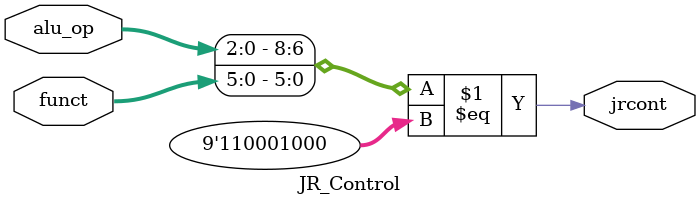
<source format=v>
module JR_Control( 
   input [2:0] alu_op, 
   input [5:0] funct,
   output jrcont
);
assign jrcont = {alu_op,funct} == 9'b110001000;
endmodule
</source>
